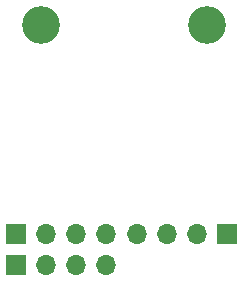
<source format=gbr>
%TF.GenerationSoftware,KiCad,Pcbnew,(6.0.0)*%
%TF.CreationDate,2022-05-15T17:50:44-05:00*%
%TF.ProjectId,MiCS_Sensor,4d694353-5f53-4656-9e73-6f722e6b6963,rev?*%
%TF.SameCoordinates,Original*%
%TF.FileFunction,Soldermask,Bot*%
%TF.FilePolarity,Negative*%
%FSLAX46Y46*%
G04 Gerber Fmt 4.6, Leading zero omitted, Abs format (unit mm)*
G04 Created by KiCad (PCBNEW (6.0.0)) date 2022-05-15 17:50:44*
%MOMM*%
%LPD*%
G01*
G04 APERTURE LIST*
%ADD10C,3.200000*%
%ADD11R,1.700000X1.700000*%
%ADD12O,1.700000X1.700000*%
G04 APERTURE END LIST*
D10*
%TO.C,REF\u002A\u002A*%
X165000000Y-72000000D03*
%TD*%
%TO.C,REF\u002A\u002A*%
X151000000Y-72000000D03*
%TD*%
D11*
%TO.C,J3*%
X148844000Y-89662000D03*
D12*
X151384000Y-89662000D03*
X153924000Y-89662000D03*
X156464000Y-89662000D03*
%TD*%
D11*
%TO.C,J2*%
X148844000Y-92330000D03*
D12*
X151384000Y-92330000D03*
X153924000Y-92330000D03*
X156464000Y-92330000D03*
%TD*%
D11*
%TO.C,J1*%
X166751000Y-89662000D03*
D12*
X164211000Y-89662000D03*
X161671000Y-89662000D03*
X159131000Y-89662000D03*
%TD*%
M02*

</source>
